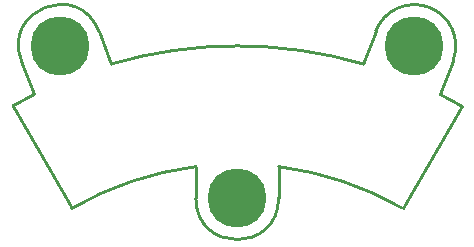
<source format=gbl>
G04*
G04 #@! TF.GenerationSoftware,Altium Limited,Altium Designer,20.1.14 (287)*
G04*
G04 Layer_Physical_Order=2*
G04 Layer_Color=16711680*
%FSLAX25Y25*%
%MOIN*%
G70*
G04*
G04 #@! TF.SameCoordinates,B62082B7-7803-40E3-A643-20833E8BDE13*
G04*
G04*
G04 #@! TF.FilePolarity,Positive*
G04*
G01*
G75*
%ADD10C,0.01000*%
%ADD12C,0.19685*%
D10*
X55031Y95518D02*
G03*
X13819Y109367I-55031J-95518D01*
G01*
X74803Y129563D02*
G03*
X67611Y133457I-74803J-129563D01*
G01*
X-67611D02*
G03*
X-74803Y129563I67611J-133457D01*
G01*
X71919Y144668D02*
G03*
X46191Y154544I-12864J4938D01*
G01*
X-46191D02*
G03*
X-71919Y144668I-12864J-4938D01*
G01*
X-13780Y98819D02*
G03*
X13780Y98819I13780J0D01*
G01*
X-13780Y109372D02*
G03*
X-55118Y95467I13780J-109372D01*
G01*
X41999Y143590D02*
G03*
X-41988Y143593I-41999J-143590D01*
G01*
X67631Y133497D02*
X71919Y144668D01*
X42041Y143734D02*
X46191Y154544D01*
X-46191D02*
X-41990Y143602D01*
X-71919Y144668D02*
X-67631Y133497D01*
X13780Y98819D02*
Y109449D01*
X-13780Y98819D02*
Y109372D01*
X55118Y95467D02*
X74803Y129563D01*
X-74803D02*
X-55118Y95467D01*
D12*
X59055Y149606D02*
D03*
X-59055D02*
D03*
X0Y98819D02*
D03*
M02*

</source>
